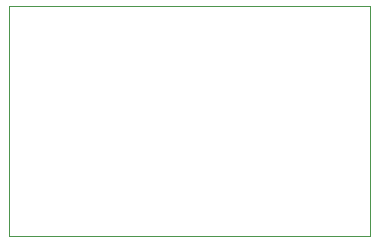
<source format=gbr>
%TF.GenerationSoftware,KiCad,Pcbnew,9.0.6*%
%TF.CreationDate,2026-01-28T18:23:47-08:00*%
%TF.ProjectId,PCB_design,5043425f-6465-4736-9967-6e2e6b696361,rev?*%
%TF.SameCoordinates,Original*%
%TF.FileFunction,Profile,NP*%
%FSLAX46Y46*%
G04 Gerber Fmt 4.6, Leading zero omitted, Abs format (unit mm)*
G04 Created by KiCad (PCBNEW 9.0.6) date 2026-01-28 18:23:47*
%MOMM*%
%LPD*%
G01*
G04 APERTURE LIST*
%TA.AperFunction,Profile*%
%ADD10C,0.050000*%
%TD*%
G04 APERTURE END LIST*
D10*
X81500000Y-80500000D02*
X112000000Y-80500000D01*
X112000000Y-100000000D01*
X81500000Y-100000000D01*
X81500000Y-80500000D01*
M02*

</source>
